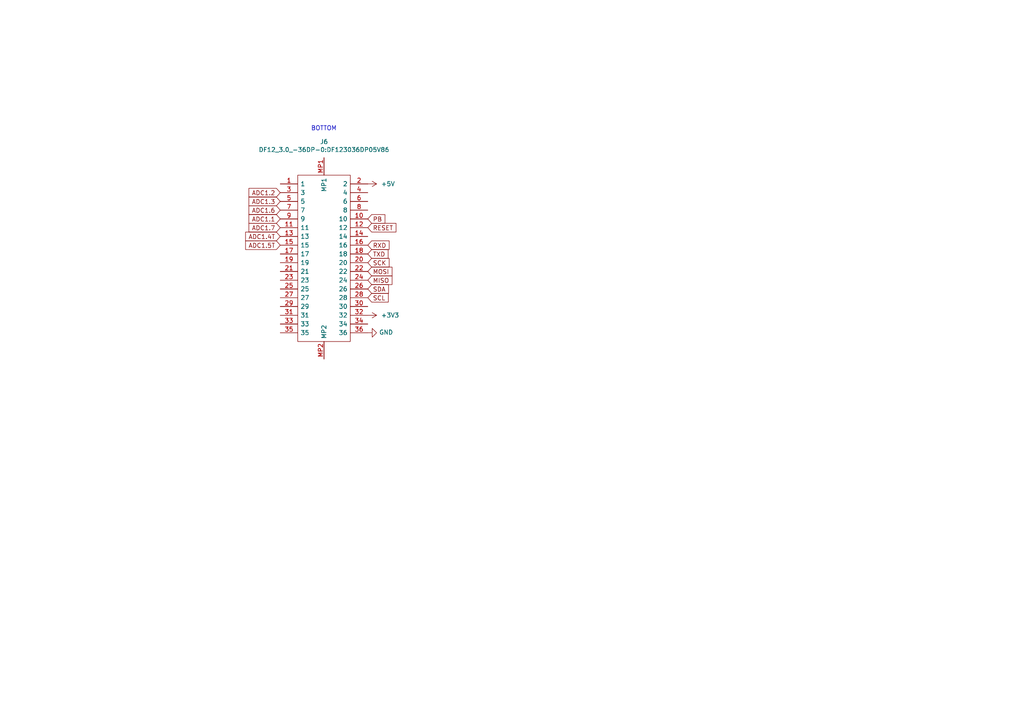
<source format=kicad_sch>
(kicad_sch (version 20211123) (generator eeschema)

  (uuid 86784d8e-79a1-4358-bdd1-6e48399af494)

  (paper "A4")

  (lib_symbols
    (symbol "MovuinoShieldCapacitiveTouch-rescue:DF12_3.0_-36DP-0.5V_86_-DF12_3.0_-36DP-0.5V_86_" (pin_names (offset 0.762)) (in_bom yes) (on_board yes)
      (property "Reference" "J" (id 0) (at 54.61 12.7 0)
        (effects (font (size 1.27 1.27)) (justify left))
      )
      (property "Value" "DF12_3.0_-36DP-0.5V_86_-DF12_3.0_-36DP-0.5V_86_" (id 1) (at 54.61 10.16 0)
        (effects (font (size 1.27 1.27)) (justify left))
      )
      (property "Footprint" "DF123036DP05V86" (id 2) (at 54.61 7.62 0)
        (effects (font (size 1.27 1.27)) (justify left) hide)
      )
      (property "Datasheet" "https://www.arrow.com/en/products/df12-3.0-36dp-0.5v-86/hirose-electric?region=nac" (id 3) (at 54.61 5.08 0)
        (effects (font (size 1.27 1.27)) (justify left) hide)
      )
      (property "Description" "Conn Board to Board HDR 36 POS 0.5mm Solder ST SMD T/R" (id 4) (at 54.61 2.54 0)
        (effects (font (size 1.27 1.27)) (justify left) hide)
      )
      (property "Height" "2.3" (id 5) (at 54.61 0 0)
        (effects (font (size 1.27 1.27)) (justify left) hide)
      )
      (property "Mouser Part Number" "798-DF123036DP0.5V86" (id 6) (at 54.61 -2.54 0)
        (effects (font (size 1.27 1.27)) (justify left) hide)
      )
      (property "Mouser Price/Stock" "https://www.mouser.co.uk/ProductDetail/Hirose-Connector/DF1230-36DP-05V86?qs=zOgoZG1CgI%252Bt2%2FKBWr1g6Q%3D%3D" (id 7) (at 54.61 -5.08 0)
        (effects (font (size 1.27 1.27)) (justify left) hide)
      )
      (property "Manufacturer_Name" "Hirose" (id 8) (at 54.61 -7.62 0)
        (effects (font (size 1.27 1.27)) (justify left) hide)
      )
      (property "Manufacturer_Part_Number" "DF12(3.0)-36DP-0.5V(86)" (id 9) (at 54.61 -10.16 0)
        (effects (font (size 1.27 1.27)) (justify left) hide)
      )
      (symbol "DF12_3.0_-36DP-0.5V_86_-DF12_3.0_-36DP-0.5V_86__0_0"
        (pin passive line (at 7.62 -12.7 90) (length 5.08)
          (name "1" (effects (font (size 1.27 1.27))))
          (number "1" (effects (font (size 1.27 1.27))))
        )
        (pin passive line (at 17.78 12.7 270) (length 5.08)
          (name "10" (effects (font (size 1.27 1.27))))
          (number "10" (effects (font (size 1.27 1.27))))
        )
        (pin passive line (at 20.32 -12.7 90) (length 5.08)
          (name "11" (effects (font (size 1.27 1.27))))
          (number "11" (effects (font (size 1.27 1.27))))
        )
        (pin passive line (at 20.32 12.7 270) (length 5.08)
          (name "12" (effects (font (size 1.27 1.27))))
          (number "12" (effects (font (size 1.27 1.27))))
        )
        (pin passive line (at 22.86 -12.7 90) (length 5.08)
          (name "13" (effects (font (size 1.27 1.27))))
          (number "13" (effects (font (size 1.27 1.27))))
        )
        (pin passive line (at 22.86 12.7 270) (length 5.08)
          (name "14" (effects (font (size 1.27 1.27))))
          (number "14" (effects (font (size 1.27 1.27))))
        )
        (pin passive line (at 25.4 -12.7 90) (length 5.08)
          (name "15" (effects (font (size 1.27 1.27))))
          (number "15" (effects (font (size 1.27 1.27))))
        )
        (pin passive line (at 25.4 12.7 270) (length 5.08)
          (name "16" (effects (font (size 1.27 1.27))))
          (number "16" (effects (font (size 1.27 1.27))))
        )
        (pin passive line (at 27.94 -12.7 90) (length 5.08)
          (name "17" (effects (font (size 1.27 1.27))))
          (number "17" (effects (font (size 1.27 1.27))))
        )
        (pin passive line (at 27.94 12.7 270) (length 5.08)
          (name "18" (effects (font (size 1.27 1.27))))
          (number "18" (effects (font (size 1.27 1.27))))
        )
        (pin passive line (at 30.48 -12.7 90) (length 5.08)
          (name "19" (effects (font (size 1.27 1.27))))
          (number "19" (effects (font (size 1.27 1.27))))
        )
        (pin passive line (at 7.62 12.7 270) (length 5.08)
          (name "2" (effects (font (size 1.27 1.27))))
          (number "2" (effects (font (size 1.27 1.27))))
        )
        (pin passive line (at 30.48 12.7 270) (length 5.08)
          (name "20" (effects (font (size 1.27 1.27))))
          (number "20" (effects (font (size 1.27 1.27))))
        )
        (pin passive line (at 33.02 -12.7 90) (length 5.08)
          (name "21" (effects (font (size 1.27 1.27))))
          (number "21" (effects (font (size 1.27 1.27))))
        )
        (pin passive line (at 33.02 12.7 270) (length 5.08)
          (name "22" (effects (font (size 1.27 1.27))))
          (number "22" (effects (font (size 1.27 1.27))))
        )
        (pin passive line (at 35.56 -12.7 90) (length 5.08)
          (name "23" (effects (font (size 1.27 1.27))))
          (number "23" (effects (font (size 1.27 1.27))))
        )
        (pin passive line (at 35.56 12.7 270) (length 5.08)
          (name "24" (effects (font (size 1.27 1.27))))
          (number "24" (effects (font (size 1.27 1.27))))
        )
        (pin passive line (at 38.1 -12.7 90) (length 5.08)
          (name "25" (effects (font (size 1.27 1.27))))
          (number "25" (effects (font (size 1.27 1.27))))
        )
        (pin passive line (at 38.1 12.7 270) (length 5.08)
          (name "26" (effects (font (size 1.27 1.27))))
          (number "26" (effects (font (size 1.27 1.27))))
        )
        (pin passive line (at 40.64 -12.7 90) (length 5.08)
          (name "27" (effects (font (size 1.27 1.27))))
          (number "27" (effects (font (size 1.27 1.27))))
        )
        (pin passive line (at 40.64 12.7 270) (length 5.08)
          (name "28" (effects (font (size 1.27 1.27))))
          (number "28" (effects (font (size 1.27 1.27))))
        )
        (pin passive line (at 43.18 -12.7 90) (length 5.08)
          (name "29" (effects (font (size 1.27 1.27))))
          (number "29" (effects (font (size 1.27 1.27))))
        )
        (pin passive line (at 10.16 -12.7 90) (length 5.08)
          (name "3" (effects (font (size 1.27 1.27))))
          (number "3" (effects (font (size 1.27 1.27))))
        )
        (pin passive line (at 43.18 12.7 270) (length 5.08)
          (name "30" (effects (font (size 1.27 1.27))))
          (number "30" (effects (font (size 1.27 1.27))))
        )
        (pin passive line (at 45.72 -12.7 90) (length 5.08)
          (name "31" (effects (font (size 1.27 1.27))))
          (number "31" (effects (font (size 1.27 1.27))))
        )
        (pin passive line (at 45.72 12.7 270) (length 5.08)
          (name "32" (effects (font (size 1.27 1.27))))
          (number "32" (effects (font (size 1.27 1.27))))
        )
        (pin passive line (at 48.26 -12.7 90) (length 5.08)
          (name "33" (effects (font (size 1.27 1.27))))
          (number "33" (effects (font (size 1.27 1.27))))
        )
        (pin passive line (at 48.26 12.7 270) (length 5.08)
          (name "34" (effects (font (size 1.27 1.27))))
          (number "34" (effects (font (size 1.27 1.27))))
        )
        (pin passive line (at 50.8 -12.7 90) (length 5.08)
          (name "35" (effects (font (size 1.27 1.27))))
          (number "35" (effects (font (size 1.27 1.27))))
        )
        (pin passive line (at 50.8 12.7 270) (length 5.08)
          (name "36" (effects (font (size 1.27 1.27))))
          (number "36" (effects (font (size 1.27 1.27))))
        )
        (pin passive line (at 10.16 12.7 270) (length 5.08)
          (name "4" (effects (font (size 1.27 1.27))))
          (number "4" (effects (font (size 1.27 1.27))))
        )
        (pin passive line (at 12.7 -12.7 90) (length 5.08)
          (name "5" (effects (font (size 1.27 1.27))))
          (number "5" (effects (font (size 1.27 1.27))))
        )
        (pin passive line (at 12.7 12.7 270) (length 5.08)
          (name "6" (effects (font (size 1.27 1.27))))
          (number "6" (effects (font (size 1.27 1.27))))
        )
        (pin passive line (at 15.24 -12.7 90) (length 5.08)
          (name "7" (effects (font (size 1.27 1.27))))
          (number "7" (effects (font (size 1.27 1.27))))
        )
        (pin passive line (at 15.24 12.7 270) (length 5.08)
          (name "8" (effects (font (size 1.27 1.27))))
          (number "8" (effects (font (size 1.27 1.27))))
        )
        (pin passive line (at 17.78 -12.7 90) (length 5.08)
          (name "9" (effects (font (size 1.27 1.27))))
          (number "9" (effects (font (size 1.27 1.27))))
        )
        (pin passive line (at 0 0 0) (length 5.08)
          (name "MP1" (effects (font (size 1.27 1.27))))
          (number "MP1" (effects (font (size 1.27 1.27))))
        )
        (pin passive line (at 58.42 0 180) (length 5.08)
          (name "MP2" (effects (font (size 1.27 1.27))))
          (number "MP2" (effects (font (size 1.27 1.27))))
        )
      )
      (symbol "DF12_3.0_-36DP-0.5V_86_-DF12_3.0_-36DP-0.5V_86__0_1"
        (polyline
          (pts
            (xy 5.08 7.62)
            (xy 53.34 7.62)
            (xy 53.34 -7.62)
            (xy 5.08 -7.62)
            (xy 5.08 7.62)
          )
          (stroke (width 0.1524) (type default) (color 0 0 0 0))
          (fill (type none))
        )
      )
    )
    (symbol "power:+3.3V" (power) (pin_names (offset 0)) (in_bom yes) (on_board yes)
      (property "Reference" "#PWR" (id 0) (at 0 -3.81 0)
        (effects (font (size 1.27 1.27)) hide)
      )
      (property "Value" "+3.3V" (id 1) (at 0 3.556 0)
        (effects (font (size 1.27 1.27)))
      )
      (property "Footprint" "" (id 2) (at 0 0 0)
        (effects (font (size 1.27 1.27)) hide)
      )
      (property "Datasheet" "" (id 3) (at 0 0 0)
        (effects (font (size 1.27 1.27)) hide)
      )
      (property "ki_keywords" "power-flag" (id 4) (at 0 0 0)
        (effects (font (size 1.27 1.27)) hide)
      )
      (property "ki_description" "Power symbol creates a global label with name \"+3.3V\"" (id 5) (at 0 0 0)
        (effects (font (size 1.27 1.27)) hide)
      )
      (symbol "+3.3V_0_1"
        (polyline
          (pts
            (xy -0.762 1.27)
            (xy 0 2.54)
          )
          (stroke (width 0) (type default) (color 0 0 0 0))
          (fill (type none))
        )
        (polyline
          (pts
            (xy 0 0)
            (xy 0 2.54)
          )
          (stroke (width 0) (type default) (color 0 0 0 0))
          (fill (type none))
        )
        (polyline
          (pts
            (xy 0 2.54)
            (xy 0.762 1.27)
          )
          (stroke (width 0) (type default) (color 0 0 0 0))
          (fill (type none))
        )
      )
      (symbol "+3.3V_1_1"
        (pin power_in line (at 0 0 90) (length 0) hide
          (name "+3V3" (effects (font (size 1.27 1.27))))
          (number "1" (effects (font (size 1.27 1.27))))
        )
      )
    )
    (symbol "power:+5V" (power) (pin_names (offset 0)) (in_bom yes) (on_board yes)
      (property "Reference" "#PWR" (id 0) (at 0 -3.81 0)
        (effects (font (size 1.27 1.27)) hide)
      )
      (property "Value" "+5V" (id 1) (at 0 3.556 0)
        (effects (font (size 1.27 1.27)))
      )
      (property "Footprint" "" (id 2) (at 0 0 0)
        (effects (font (size 1.27 1.27)) hide)
      )
      (property "Datasheet" "" (id 3) (at 0 0 0)
        (effects (font (size 1.27 1.27)) hide)
      )
      (property "ki_keywords" "power-flag" (id 4) (at 0 0 0)
        (effects (font (size 1.27 1.27)) hide)
      )
      (property "ki_description" "Power symbol creates a global label with name \"+5V\"" (id 5) (at 0 0 0)
        (effects (font (size 1.27 1.27)) hide)
      )
      (symbol "+5V_0_1"
        (polyline
          (pts
            (xy -0.762 1.27)
            (xy 0 2.54)
          )
          (stroke (width 0) (type default) (color 0 0 0 0))
          (fill (type none))
        )
        (polyline
          (pts
            (xy 0 0)
            (xy 0 2.54)
          )
          (stroke (width 0) (type default) (color 0 0 0 0))
          (fill (type none))
        )
        (polyline
          (pts
            (xy 0 2.54)
            (xy 0.762 1.27)
          )
          (stroke (width 0) (type default) (color 0 0 0 0))
          (fill (type none))
        )
      )
      (symbol "+5V_1_1"
        (pin power_in line (at 0 0 90) (length 0) hide
          (name "+5V" (effects (font (size 1.27 1.27))))
          (number "1" (effects (font (size 1.27 1.27))))
        )
      )
    )
    (symbol "power:GND" (power) (pin_names (offset 0)) (in_bom yes) (on_board yes)
      (property "Reference" "#PWR" (id 0) (at 0 -6.35 0)
        (effects (font (size 1.27 1.27)) hide)
      )
      (property "Value" "GND" (id 1) (at 0 -3.81 0)
        (effects (font (size 1.27 1.27)))
      )
      (property "Footprint" "" (id 2) (at 0 0 0)
        (effects (font (size 1.27 1.27)) hide)
      )
      (property "Datasheet" "" (id 3) (at 0 0 0)
        (effects (font (size 1.27 1.27)) hide)
      )
      (property "ki_keywords" "power-flag" (id 4) (at 0 0 0)
        (effects (font (size 1.27 1.27)) hide)
      )
      (property "ki_description" "Power symbol creates a global label with name \"GND\" , ground" (id 5) (at 0 0 0)
        (effects (font (size 1.27 1.27)) hide)
      )
      (symbol "GND_0_1"
        (polyline
          (pts
            (xy 0 0)
            (xy 0 -1.27)
            (xy 1.27 -1.27)
            (xy 0 -2.54)
            (xy -1.27 -1.27)
            (xy 0 -1.27)
          )
          (stroke (width 0) (type default) (color 0 0 0 0))
          (fill (type none))
        )
      )
      (symbol "GND_1_1"
        (pin power_in line (at 0 0 270) (length 0) hide
          (name "GND" (effects (font (size 1.27 1.27))))
          (number "1" (effects (font (size 1.27 1.27))))
        )
      )
    )
  )


  (text "BOTTOM" (at 90.17 38.1 0)
    (effects (font (size 1.27 1.27)) (justify left bottom))
    (uuid 68ff9139-cce8-47a8-820b-a6974a6ffdf9)
  )

  (global_label "SCK" (shape input) (at 106.68 76.2 0) (fields_autoplaced)
    (effects (font (size 1.27 1.27)) (justify left))
    (uuid 0384f3a8-2b6b-4328-a15f-93fb445c903b)
    (property "Intersheet References" "${INTERSHEET_REFS}" (id 0) (at 112.7537 76.1206 0)
      (effects (font (size 1.27 1.27)) (justify left) hide)
    )
  )
  (global_label "ADC1.1" (shape input) (at 81.28 63.5 180) (fields_autoplaced)
    (effects (font (size 1.27 1.27)) (justify right))
    (uuid 0605f4fe-3590-422f-8104-a86bb7cae654)
    (property "Intersheet References" "${INTERSHEET_REFS}" (id 0) (at 72.3034 63.4206 0)
      (effects (font (size 1.27 1.27)) (justify right) hide)
    )
  )
  (global_label "TXD" (shape input) (at 106.68 73.66 0) (fields_autoplaced)
    (effects (font (size 1.27 1.27)) (justify left))
    (uuid 0abcbb7b-3ecb-4f2c-a132-25dfe782189b)
    (property "Intersheet References" "${INTERSHEET_REFS}" (id 0) (at 112.4513 73.5806 0)
      (effects (font (size 1.27 1.27)) (justify left) hide)
    )
  )
  (global_label "ADC1.2" (shape input) (at 81.28 55.88 180) (fields_autoplaced)
    (effects (font (size 1.27 1.27)) (justify right))
    (uuid 2b976f75-6efa-4ff8-9fae-28df8f4166ab)
    (property "Intersheet References" "${INTERSHEET_REFS}" (id 0) (at 72.3034 55.8006 0)
      (effects (font (size 1.27 1.27)) (justify right) hide)
    )
  )
  (global_label "ADC1.3" (shape input) (at 81.28 58.42 180) (fields_autoplaced)
    (effects (font (size 1.27 1.27)) (justify right))
    (uuid 38deb56c-733b-4b02-bd7f-c2471c2a0b31)
    (property "Intersheet References" "${INTERSHEET_REFS}" (id 0) (at 72.3034 58.3406 0)
      (effects (font (size 1.27 1.27)) (justify right) hide)
    )
  )
  (global_label "ADC1.4T" (shape input) (at 81.28 68.58 180) (fields_autoplaced)
    (effects (font (size 1.27 1.27)) (justify right))
    (uuid 3f6c93d4-291d-4796-8fe8-c5f63975cd33)
    (property "Intersheet References" "${INTERSHEET_REFS}" (id 0) (at 71.3358 68.5006 0)
      (effects (font (size 1.27 1.27)) (justify right) hide)
    )
  )
  (global_label "MOSI" (shape input) (at 106.68 78.74 0) (fields_autoplaced)
    (effects (font (size 1.27 1.27)) (justify left))
    (uuid 4b6e6f98-14ef-4d8f-bcf1-47fdde9284eb)
    (property "Intersheet References" "${INTERSHEET_REFS}" (id 0) (at 113.6004 78.6606 0)
      (effects (font (size 1.27 1.27)) (justify left) hide)
    )
  )
  (global_label "SDA" (shape input) (at 106.68 83.82 0) (fields_autoplaced)
    (effects (font (size 1.27 1.27)) (justify left))
    (uuid 87344957-d2db-46b9-83c8-de13ad95e6da)
    (property "Intersheet References" "${INTERSHEET_REFS}" (id 0) (at -30.48 10.16 0)
      (effects (font (size 1.27 1.27)) hide)
    )
  )
  (global_label "SCL" (shape input) (at 106.68 86.36 0) (fields_autoplaced)
    (effects (font (size 1.27 1.27)) (justify left))
    (uuid 88ad5ecd-57c4-4fc3-86ce-e9561b005744)
    (property "Intersheet References" "${INTERSHEET_REFS}" (id 0) (at -30.48 10.16 0)
      (effects (font (size 1.27 1.27)) hide)
    )
  )
  (global_label "RESET" (shape input) (at 106.68 66.04 0) (fields_autoplaced)
    (effects (font (size 1.27 1.27)) (justify left))
    (uuid a7d8c7ea-a274-4c71-9eb8-1b61a97f24b5)
    (property "Intersheet References" "${INTERSHEET_REFS}" (id 0) (at 114.7494 65.9606 0)
      (effects (font (size 1.27 1.27)) (justify left) hide)
    )
  )
  (global_label "ADC1.7" (shape input) (at 81.28 66.04 180) (fields_autoplaced)
    (effects (font (size 1.27 1.27)) (justify right))
    (uuid c03f9de4-26e8-41cc-95a6-bed4d0e2d423)
    (property "Intersheet References" "${INTERSHEET_REFS}" (id 0) (at 72.3034 65.9606 0)
      (effects (font (size 1.27 1.27)) (justify right) hide)
    )
  )
  (global_label "PB" (shape input) (at 106.68 63.5 0) (fields_autoplaced)
    (effects (font (size 1.27 1.27)) (justify left))
    (uuid ca5e9d41-8d6a-4af1-b52f-fb7300d62064)
    (property "Intersheet References" "${INTERSHEET_REFS}" (id 0) (at 111.5442 63.4206 0)
      (effects (font (size 1.27 1.27)) (justify left) hide)
    )
  )
  (global_label "ADC1.6" (shape input) (at 81.28 60.96 180) (fields_autoplaced)
    (effects (font (size 1.27 1.27)) (justify right))
    (uuid cd7e8032-7616-4f78-bab8-f3a1e38be859)
    (property "Intersheet References" "${INTERSHEET_REFS}" (id 0) (at 72.3034 60.8806 0)
      (effects (font (size 1.27 1.27)) (justify right) hide)
    )
  )
  (global_label "ADC1.5T" (shape input) (at 81.28 71.12 180) (fields_autoplaced)
    (effects (font (size 1.27 1.27)) (justify right))
    (uuid d44ec88d-330e-4a04-803a-ed5062eb19aa)
    (property "Intersheet References" "${INTERSHEET_REFS}" (id 0) (at 71.3358 71.0406 0)
      (effects (font (size 1.27 1.27)) (justify right) hide)
    )
  )
  (global_label "MISO" (shape input) (at 106.68 81.28 0) (fields_autoplaced)
    (effects (font (size 1.27 1.27)) (justify left))
    (uuid d83d2b4a-7028-41df-bee9-adbb3aee43c1)
    (property "Intersheet References" "${INTERSHEET_REFS}" (id 0) (at 113.6004 81.2006 0)
      (effects (font (size 1.27 1.27)) (justify left) hide)
    )
  )
  (global_label "RXD" (shape input) (at 106.68 71.12 0) (fields_autoplaced)
    (effects (font (size 1.27 1.27)) (justify left))
    (uuid e88dd2f8-d10b-405c-bb3f-d7eac90617b7)
    (property "Intersheet References" "${INTERSHEET_REFS}" (id 0) (at 112.7537 71.0406 0)
      (effects (font (size 1.27 1.27)) (justify left) hide)
    )
  )

  (symbol (lib_id "power:GND") (at 106.68 96.52 90) (unit 1)
    (in_bom yes) (on_board yes)
    (uuid 03a27f7a-09d9-4e57-bc63-703f995d81af)
    (property "Reference" "#PWR0118" (id 0) (at 113.03 96.52 0)
      (effects (font (size 1.27 1.27)) hide)
    )
    (property "Value" "GND" (id 1) (at 109.9312 96.393 90)
      (effects (font (size 1.27 1.27)) (justify right))
    )
    (property "Footprint" "" (id 2) (at 106.68 96.52 0)
      (effects (font (size 1.27 1.27)) hide)
    )
    (property "Datasheet" "" (id 3) (at 106.68 96.52 0)
      (effects (font (size 1.27 1.27)) hide)
    )
    (pin "1" (uuid 86868f8c-f531-4781-829f-83d7b2a1798f))
  )

  (symbol (lib_id "power:+5V") (at 106.68 53.34 270) (unit 1)
    (in_bom yes) (on_board yes) (fields_autoplaced)
    (uuid 1239e206-9796-4964-bcb3-634f76c62257)
    (property "Reference" "#PWR?" (id 0) (at 102.87 53.34 0)
      (effects (font (size 1.27 1.27)) hide)
    )
    (property "Value" "+5V" (id 1) (at 110.49 53.3399 90)
      (effects (font (size 1.27 1.27)) (justify left))
    )
    (property "Footprint" "" (id 2) (at 106.68 53.34 0)
      (effects (font (size 1.27 1.27)) hide)
    )
    (property "Datasheet" "" (id 3) (at 106.68 53.34 0)
      (effects (font (size 1.27 1.27)) hide)
    )
    (pin "1" (uuid 86e44a9e-f271-456e-b020-8238c6b6173a))
  )

  (symbol (lib_id "power:+3.3V") (at 106.68 91.44 270) (unit 1)
    (in_bom yes) (on_board yes)
    (uuid 87fa50cc-1dda-45b3-8f03-beea474ac400)
    (property "Reference" "#PWR?" (id 0) (at 102.87 91.44 0)
      (effects (font (size 1.27 1.27)) hide)
    )
    (property "Value" "+3.3V" (id 1) (at 110.49 91.4399 90)
      (effects (font (size 1.27 1.27)) (justify left))
    )
    (property "Footprint" "" (id 2) (at 106.68 91.44 0)
      (effects (font (size 1.27 1.27)) hide)
    )
    (property "Datasheet" "" (id 3) (at 106.68 91.44 0)
      (effects (font (size 1.27 1.27)) hide)
    )
    (pin "1" (uuid ee5c32ba-ba69-4ae0-a9db-c254957afc59))
  )

  (symbol (lib_id "MovuinoShieldCapacitiveTouch-rescue:DF12_3.0_-36DP-0.5V_86_-DF12_3.0_-36DP-0.5V_86_") (at 93.98 45.72 270) (unit 1)
    (in_bom yes) (on_board yes)
    (uuid acea1187-7a63-43fa-a961-1e94d92cf9b0)
    (property "Reference" "J6" (id 0) (at 93.98 41.1226 90))
    (property "Value" "DF12_3.0_-36DP-0:DF123036DP05V86" (id 1) (at 93.98 43.434 90))
    (property "Footprint" "DF12_3.0_-36DP-0:DF123036DP05V86" (id 2) (at 101.6 100.33 0)
      (effects (font (size 1.27 1.27)) (justify left) hide)
    )
    (property "Datasheet" "https://www.arrow.com/en/products/df12-3.0-36dp-0.5v-86/hirose-electric?region=nac" (id 3) (at 99.06 100.33 0)
      (effects (font (size 1.27 1.27)) (justify left) hide)
    )
    (property "Description" "Conn Board to Board HDR 36 POS 0.5mm Solder ST SMD T/R" (id 4) (at 96.52 100.33 0)
      (effects (font (size 1.27 1.27)) (justify left) hide)
    )
    (property "Height" "2.3" (id 5) (at 93.98 100.33 0)
      (effects (font (size 1.27 1.27)) (justify left) hide)
    )
    (property "Mouser Part Number" "798-DF123036DP0.5V86" (id 6) (at 91.44 100.33 0)
      (effects (font (size 1.27 1.27)) (justify left) hide)
    )
    (property "Mouser Price/Stock" "https://www.mouser.co.uk/ProductDetail/Hirose-Connector/DF1230-36DP-05V86?qs=zOgoZG1CgI%252Bt2%2FKBWr1g6Q%3D%3D" (id 7) (at 88.9 100.33 0)
      (effects (font (size 1.27 1.27)) (justify left) hide)
    )
    (property "Manufacturer_Name" "Hirose" (id 8) (at 86.36 100.33 0)
      (effects (font (size 1.27 1.27)) (justify left) hide)
    )
    (property "Manufacturer_Part_Number" "DF12(3.0)-36DP-0.5V(86)" (id 9) (at 83.82 100.33 0)
      (effects (font (size 1.27 1.27)) (justify left) hide)
    )
    (pin "1" (uuid 78baddac-c887-4b52-bd11-40cb55b433e0))
    (pin "10" (uuid 3f4ec21d-4f34-49a7-a722-087cea50a130))
    (pin "11" (uuid 6c33d11c-9a2b-4c3f-a26c-8c04f7545b5b))
    (pin "12" (uuid 9f60d6ef-f3e4-4755-a83e-215783b7c664))
    (pin "13" (uuid 2f013104-f58e-4ad8-a7ad-26fc729af3cd))
    (pin "14" (uuid 7b43e67b-c973-49ca-9cc6-d160fc4b2664))
    (pin "15" (uuid 9633ab18-5b0d-47da-9183-61c4286b6dc6))
    (pin "16" (uuid 65774e86-a93d-4b11-b759-89dcc71b2661))
    (pin "17" (uuid 69d49e4c-9b54-4030-960b-5d14c0427793))
    (pin "18" (uuid dbea460c-9369-46ee-a0ce-e28f1156ee24))
    (pin "19" (uuid ce6f68d4-cc3c-419d-a36a-c9e542c4e26d))
    (pin "2" (uuid f73733f3-7555-4b5d-a80d-eb2aeedd129e))
    (pin "20" (uuid b859f984-2231-4360-927f-a80c063f1799))
    (pin "21" (uuid 449ffd67-7f60-4e45-997f-4d856214ddf3))
    (pin "22" (uuid fb0c3bf2-0167-4b09-a6f1-837b9550d103))
    (pin "23" (uuid f1b67a29-bb81-499e-b22f-9180c224c727))
    (pin "24" (uuid 853b3fa6-4ae5-4c5a-9bb8-67fc0cea5e62))
    (pin "25" (uuid eff3c538-d736-4e8a-8f0a-42e0f9cb5b6e))
    (pin "26" (uuid 325f14b7-510f-49a7-a33d-1aeb786d154e))
    (pin "27" (uuid 1ad14d0e-20a7-46c6-a121-1042cca23701))
    (pin "28" (uuid c3424630-b56e-4cd6-9682-ec619579bef1))
    (pin "29" (uuid dcd9976e-8eea-4f56-b938-3b34ab760218))
    (pin "3" (uuid d6a88395-96f2-4e93-b90d-a2bf3ad31116))
    (pin "30" (uuid 8423c010-9597-49ab-9c0a-05f0a9b3b5b4))
    (pin "31" (uuid a8e7b885-6ae5-4041-aa6f-bd45cec92d73))
    (pin "32" (uuid 198c5e92-f53a-404b-b956-e181983e25ea))
    (pin "33" (uuid a74f9004-79e0-4ac6-8aff-4cfc55c3bdc2))
    (pin "34" (uuid c8836abd-d418-4811-a0d2-0b7a6699bf8a))
    (pin "35" (uuid 82eafa3f-cb93-4d85-a58f-ef2d79205407))
    (pin "36" (uuid 442ae276-fa1f-4194-bf97-66858d6be74a))
    (pin "4" (uuid 11b6ccc8-a3f7-47b7-a6f9-46a6665586e8))
    (pin "5" (uuid 9c53d7a2-1358-4c85-89dd-a92ccc2e4396))
    (pin "6" (uuid d795b8da-181b-4ea6-9603-67706f225f50))
    (pin "7" (uuid d0533d89-19ca-4f6b-b14e-70d140ca6db1))
    (pin "8" (uuid 9c71f75b-4265-4fa2-8443-3053db3c8fcf))
    (pin "9" (uuid 81848064-c71c-40b6-87ed-d62f0f6ae53d))
    (pin "MP1" (uuid 0dd31aee-8a04-485a-8c77-2f5f48f40c64))
    (pin "MP2" (uuid d5843cf7-9680-4e82-9b74-216c6356a34f))
  )

  (sheet_instances
    (path "/" (page "1"))
  )

  (symbol_instances
    (path "/03a27f7a-09d9-4e57-bc63-703f995d81af"
      (reference "#PWR0118") (unit 1) (value "GND") (footprint "")
    )
    (path "/1239e206-9796-4964-bcb3-634f76c62257"
      (reference "#PWR?") (unit 1) (value "+5V") (footprint "")
    )
    (path "/87fa50cc-1dda-45b3-8f03-beea474ac400"
      (reference "#PWR?") (unit 1) (value "+3.3V") (footprint "")
    )
    (path "/acea1187-7a63-43fa-a961-1e94d92cf9b0"
      (reference "J6") (unit 1) (value "DF12_3.0_-36DP-0:DF123036DP05V86") (footprint "DF12_3.0_-36DP-0:DF123036DP05V86")
    )
  )
)

</source>
